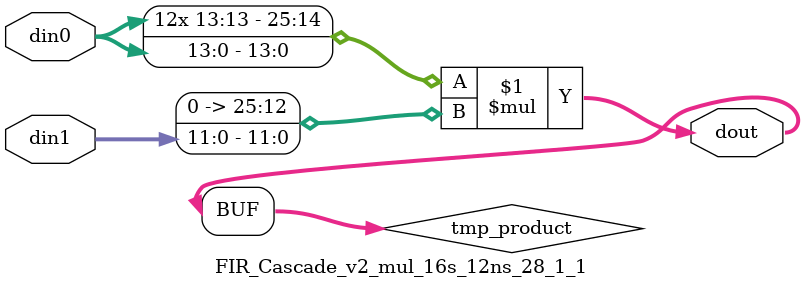
<source format=v>

`timescale 1 ns / 1 ps

 module FIR_Cascade_v2_mul_16s_12ns_28_1_1(din0, din1, dout);
parameter ID = 1;
parameter NUM_STAGE = 0;
parameter din0_WIDTH = 14;
parameter din1_WIDTH = 12;
parameter dout_WIDTH = 26;

input [din0_WIDTH - 1 : 0] din0; 
input [din1_WIDTH - 1 : 0] din1; 
output [dout_WIDTH - 1 : 0] dout;

wire signed [dout_WIDTH - 1 : 0] tmp_product;


























assign tmp_product = $signed(din0) * $signed({1'b0, din1});









assign dout = tmp_product;





















endmodule

</source>
